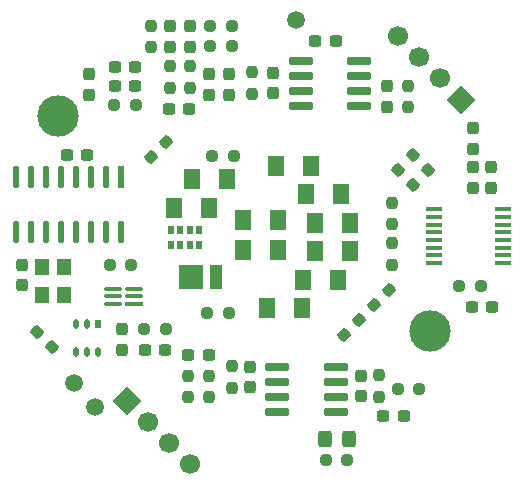
<source format=gbr>
%TF.GenerationSoftware,KiCad,Pcbnew,(6.0.4-0)*%
%TF.CreationDate,2022-11-29T10:20:57+01:00*%
%TF.ProjectId,RoundScanner,526f756e-6453-4636-916e-6e65722e6b69,2*%
%TF.SameCoordinates,Original*%
%TF.FileFunction,Soldermask,Top*%
%TF.FilePolarity,Negative*%
%FSLAX46Y46*%
G04 Gerber Fmt 4.6, Leading zero omitted, Abs format (unit mm)*
G04 Created by KiCad (PCBNEW (6.0.4-0)) date 2022-11-29 10:20:57*
%MOMM*%
%LPD*%
G01*
G04 APERTURE LIST*
G04 Aperture macros list*
%AMRoundRect*
0 Rectangle with rounded corners*
0 $1 Rounding radius*
0 $2 $3 $4 $5 $6 $7 $8 $9 X,Y pos of 4 corners*
0 Add a 4 corners polygon primitive as box body*
4,1,4,$2,$3,$4,$5,$6,$7,$8,$9,$2,$3,0*
0 Add four circle primitives for the rounded corners*
1,1,$1+$1,$2,$3*
1,1,$1+$1,$4,$5*
1,1,$1+$1,$6,$7*
1,1,$1+$1,$8,$9*
0 Add four rect primitives between the rounded corners*
20,1,$1+$1,$2,$3,$4,$5,0*
20,1,$1+$1,$4,$5,$6,$7,0*
20,1,$1+$1,$6,$7,$8,$9,0*
20,1,$1+$1,$8,$9,$2,$3,0*%
%AMHorizOval*
0 Thick line with rounded ends*
0 $1 width*
0 $2 $3 position (X,Y) of the first rounded end (center of the circle)*
0 $4 $5 position (X,Y) of the second rounded end (center of the circle)*
0 Add line between two ends*
20,1,$1,$2,$3,$4,$5,0*
0 Add two circle primitives to create the rounded ends*
1,1,$1,$2,$3*
1,1,$1,$4,$5*%
%AMRotRect*
0 Rectangle, with rotation*
0 The origin of the aperture is its center*
0 $1 length*
0 $2 width*
0 $3 Rotation angle, in degrees counterclockwise*
0 Add horizontal line*
21,1,$1,$2,0,0,$3*%
G04 Aperture macros list end*
%ADD10RoundRect,0.250001X0.462499X0.624999X-0.462499X0.624999X-0.462499X-0.624999X0.462499X-0.624999X0*%
%ADD11RoundRect,0.237500X-0.237500X0.300000X-0.237500X-0.300000X0.237500X-0.300000X0.237500X0.300000X0*%
%ADD12RoundRect,0.237500X0.237500X-0.300000X0.237500X0.300000X-0.237500X0.300000X-0.237500X-0.300000X0*%
%ADD13RoundRect,0.237500X0.344715X-0.008839X-0.008839X0.344715X-0.344715X0.008839X0.008839X-0.344715X0*%
%ADD14RoundRect,0.237500X-0.237500X0.250000X-0.237500X-0.250000X0.237500X-0.250000X0.237500X0.250000X0*%
%ADD15R,1.510292X0.412132*%
%ADD16RoundRect,0.206066X0.549080X0.000000X-0.549080X0.000000X-0.549080X0.000000X0.549080X0.000000X0*%
%ADD17RoundRect,0.237500X0.250000X0.237500X-0.250000X0.237500X-0.250000X-0.237500X0.250000X-0.237500X0*%
%ADD18RoundRect,0.237500X-0.250000X-0.237500X0.250000X-0.237500X0.250000X0.237500X-0.250000X0.237500X0*%
%ADD19C,1.500000*%
%ADD20C,3.500000*%
%ADD21R,1.200000X1.400000*%
%ADD22RoundRect,0.237500X-0.300000X-0.237500X0.300000X-0.237500X0.300000X0.237500X-0.300000X0.237500X0*%
%ADD23R,0.543390X1.874066*%
%ADD24RoundRect,0.271695X0.000000X0.665338X0.000000X-0.665338X0.000000X-0.665338X0.000000X0.665338X0*%
%ADD25RoundRect,0.237500X0.237500X-0.250000X0.237500X0.250000X-0.237500X0.250000X-0.237500X-0.250000X0*%
%ADD26RoundRect,0.042000X-0.943000X-0.258000X0.943000X-0.258000X0.943000X0.258000X-0.943000X0.258000X0*%
%ADD27RoundRect,0.237500X0.300000X0.237500X-0.300000X0.237500X-0.300000X-0.237500X0.300000X-0.237500X0*%
%ADD28RoundRect,0.237500X0.008839X0.344715X-0.344715X-0.008839X-0.008839X-0.344715X0.344715X0.008839X0*%
%ADD29R,0.550000X0.800000*%
%ADD30O,0.550000X0.800000*%
%ADD31RoundRect,0.042000X0.943000X0.258000X-0.943000X0.258000X-0.943000X-0.258000X0.943000X-0.258000X0*%
%ADD32RoundRect,0.250001X-0.462499X-0.624999X0.462499X-0.624999X0.462499X0.624999X-0.462499X0.624999X0*%
%ADD33R,2.100000X2.100000*%
%ADD34R,1.000000X2.100000*%
%ADD35R,1.475000X0.450000*%
%ADD36R,0.590000X0.690000*%
%ADD37RoundRect,0.250000X0.325000X0.450000X-0.325000X0.450000X-0.325000X-0.450000X0.325000X-0.450000X0*%
%ADD38RotRect,1.700000X1.700000X45.000000*%
%ADD39HorizOval,1.700000X0.000000X0.000000X0.000000X0.000000X0*%
%ADD40RotRect,1.700000X1.700000X225.000000*%
%ADD41HorizOval,1.700000X0.000000X0.000000X0.000000X0.000000X0*%
G04 APERTURE END LIST*
D10*
%TO.C,D8*%
X93562500Y-101727000D03*
X90587500Y-101727000D03*
%TD*%
D11*
%TO.C,C7*%
X86614000Y-94006500D03*
X86614000Y-95731500D03*
%TD*%
D12*
%TO.C,C13*%
X69088000Y-111860500D03*
X69088000Y-110135500D03*
%TD*%
D13*
%TO.C,R29*%
X103515235Y-102118235D03*
X102224765Y-100827765D03*
%TD*%
D14*
%TO.C,R1*%
X101784000Y-94972500D03*
X101784000Y-96797500D03*
%TD*%
D11*
%TO.C,C3*%
X90354000Y-93879500D03*
X90354000Y-95604500D03*
%TD*%
D12*
%TO.C,C5*%
X81661000Y-91667500D03*
X81661000Y-89942500D03*
%TD*%
D15*
%TO.C,Q1*%
X78624919Y-113426000D03*
D16*
X78624919Y-112776000D03*
X78624919Y-112126000D03*
X76823081Y-112126000D03*
X76823081Y-112776000D03*
X76823081Y-113426000D03*
%TD*%
D17*
%TO.C,R16*%
X96661500Y-126619000D03*
X94836500Y-126619000D03*
%TD*%
%TO.C,R4*%
X86891500Y-89916000D03*
X85066500Y-89916000D03*
%TD*%
D18*
%TO.C,R13*%
X84812500Y-114173000D03*
X86637500Y-114173000D03*
%TD*%
D11*
%TO.C,C20*%
X77597000Y-115596500D03*
X77597000Y-117321500D03*
%TD*%
D19*
%TO.C,TP1*%
X75311000Y-122174000D03*
%TD*%
D17*
%TO.C,R7*%
X81303500Y-115570000D03*
X79478500Y-115570000D03*
%TD*%
D14*
%TO.C,R6*%
X83312000Y-93321500D03*
X83312000Y-95146500D03*
%TD*%
D20*
%TO.C,H2*%
X72136000Y-97556000D03*
%TD*%
D11*
%TO.C,C2*%
X100006000Y-95022500D03*
X100006000Y-96747500D03*
%TD*%
%TO.C,C14*%
X108839000Y-101880500D03*
X108839000Y-103605500D03*
%TD*%
D21*
%TO.C,X1*%
X72705000Y-112706000D03*
X72705000Y-110306000D03*
X70805000Y-110306000D03*
X70805000Y-112706000D03*
%TD*%
D10*
%TO.C,D12*%
X90766000Y-108839000D03*
X87791000Y-108839000D03*
%TD*%
%TO.C,D10*%
X96864500Y-106553000D03*
X93889500Y-106553000D03*
%TD*%
%TO.C,D5*%
X95848500Y-111379000D03*
X92873500Y-111379000D03*
%TD*%
D22*
%TO.C,C16*%
X99710163Y-122936000D03*
X101435163Y-122936000D03*
%TD*%
D10*
%TO.C,D9*%
X96102500Y-104140000D03*
X93127500Y-104140000D03*
%TD*%
D11*
%TO.C,C17*%
X107315000Y-98578500D03*
X107315000Y-100303500D03*
%TD*%
D23*
%TO.C,U2*%
X77470000Y-102694433D03*
D24*
X76200000Y-102694433D03*
X74930000Y-102694433D03*
X73660000Y-102694433D03*
X72390000Y-102694433D03*
X71120000Y-102694433D03*
X69850000Y-102694433D03*
X68580000Y-102694433D03*
X68580000Y-107326567D03*
X69850000Y-107326567D03*
X71120000Y-107326567D03*
X72390000Y-107326567D03*
X73660000Y-107326567D03*
X74930000Y-107326567D03*
X76200000Y-107326567D03*
X77470000Y-107326567D03*
%TD*%
D25*
%TO.C,R2*%
X88576000Y-95654500D03*
X88576000Y-93829500D03*
%TD*%
D26*
%TO.C,U4*%
X90736663Y-118745000D03*
X90736663Y-120015000D03*
X90736663Y-121285000D03*
X90736663Y-122555000D03*
X95676663Y-122555000D03*
X95676663Y-121285000D03*
X95676663Y-120015000D03*
X95676663Y-118745000D03*
%TD*%
D10*
%TO.C,D4*%
X92800500Y-113792000D03*
X89825500Y-113792000D03*
%TD*%
D25*
%TO.C,R12*%
X84963000Y-121332000D03*
X84963000Y-119507000D03*
%TD*%
D27*
%TO.C,C11*%
X84927474Y-117725423D03*
X83202474Y-117725423D03*
%TD*%
D11*
%TO.C,C6*%
X84963000Y-94006500D03*
X84963000Y-95731500D03*
%TD*%
D17*
%TO.C,R28*%
X87023500Y-100889000D03*
X85198500Y-100889000D03*
%TD*%
D18*
%TO.C,R14*%
X100930163Y-120650000D03*
X102755163Y-120650000D03*
%TD*%
%TO.C,R8*%
X76557500Y-110109000D03*
X78382500Y-110109000D03*
%TD*%
D28*
%TO.C,R26*%
X100213235Y-112257765D03*
X98922765Y-113548235D03*
%TD*%
D11*
%TO.C,C10*%
X74803000Y-94006500D03*
X74803000Y-95731500D03*
%TD*%
D20*
%TO.C,H1*%
X103632000Y-115717000D03*
%TD*%
D19*
%TO.C,TP4*%
X92329000Y-89408000D03*
%TD*%
D13*
%TO.C,R18*%
X71638235Y-117104235D03*
X70347765Y-115813765D03*
%TD*%
D11*
%TO.C,C15*%
X107315000Y-101880500D03*
X107315000Y-103605500D03*
%TD*%
D25*
%TO.C,R31*%
X100457000Y-106703500D03*
X100457000Y-104878500D03*
%TD*%
D29*
%TO.C,U7*%
X75562501Y-115141500D03*
D30*
X74612500Y-115141500D03*
X73662499Y-115141500D03*
X73662499Y-117541500D03*
X74612500Y-117541500D03*
X75562501Y-117541500D03*
%TD*%
D31*
%TO.C,U1*%
X97650000Y-96647000D03*
X97650000Y-95377000D03*
X97650000Y-94107000D03*
X97650000Y-92837000D03*
X92710000Y-92837000D03*
X92710000Y-94107000D03*
X92710000Y-95377000D03*
X92710000Y-96647000D03*
%TD*%
D14*
%TO.C,R11*%
X83166948Y-119507000D03*
X83166948Y-121332000D03*
%TD*%
D32*
%TO.C,D1*%
X87793500Y-106299000D03*
X90768500Y-106299000D03*
%TD*%
D22*
%TO.C,C8*%
X81560500Y-96901000D03*
X83285500Y-96901000D03*
%TD*%
%TO.C,C9*%
X72924500Y-100838000D03*
X74649500Y-100838000D03*
%TD*%
D33*
%TO.C,D3*%
X83391000Y-111125000D03*
D34*
X85561000Y-111125000D03*
%TD*%
D22*
%TO.C,C22*%
X76988500Y-94996000D03*
X78713500Y-94996000D03*
%TD*%
D28*
%TO.C,R27*%
X81290235Y-99684765D03*
X79999765Y-100975235D03*
%TD*%
D10*
%TO.C,D11*%
X96864500Y-108966000D03*
X93889500Y-108966000D03*
%TD*%
D27*
%TO.C,C23*%
X78713500Y-93397300D03*
X76988500Y-93397300D03*
%TD*%
D14*
%TO.C,R10*%
X99302663Y-119483500D03*
X99302663Y-121308500D03*
%TD*%
D27*
%TO.C,C1*%
X95661500Y-91186000D03*
X93936500Y-91186000D03*
%TD*%
D35*
%TO.C,U5*%
X109872000Y-109971000D03*
X109872000Y-109321000D03*
X109872000Y-108671000D03*
X109872000Y-108021000D03*
X109872000Y-107371000D03*
X109872000Y-106721000D03*
X109872000Y-106071000D03*
X109872000Y-105421000D03*
X103996000Y-105421000D03*
X103996000Y-106071000D03*
X103996000Y-106721000D03*
X103996000Y-107371000D03*
X103996000Y-108021000D03*
X103996000Y-108671000D03*
X103996000Y-109321000D03*
X103996000Y-109971000D03*
%TD*%
D22*
%TO.C,C18*%
X107214500Y-113665000D03*
X108939500Y-113665000D03*
%TD*%
D14*
%TO.C,R17*%
X81661000Y-93321500D03*
X81661000Y-95146500D03*
%TD*%
D11*
%TO.C,C4*%
X83312000Y-89942500D03*
X83312000Y-91667500D03*
%TD*%
D10*
%TO.C,D7*%
X86450500Y-102870000D03*
X83475500Y-102870000D03*
%TD*%
D13*
%TO.C,R30*%
X102245235Y-103388235D03*
X100954765Y-102097765D03*
%TD*%
D19*
%TO.C,TP3*%
X73533000Y-120142000D03*
%TD*%
D36*
%TO.C,U6*%
X81731000Y-108463000D03*
X82531000Y-108463000D03*
X83331000Y-108463000D03*
X84131000Y-108463000D03*
X84131000Y-107183000D03*
X83331000Y-107183000D03*
X82531000Y-107183000D03*
X81731000Y-107183000D03*
%TD*%
D37*
%TO.C,D2*%
X96783000Y-124841000D03*
X94733000Y-124841000D03*
%TD*%
D12*
%TO.C,C21*%
X97778663Y-121258500D03*
X97778663Y-119533500D03*
%TD*%
D17*
%TO.C,R3*%
X86891500Y-91567000D03*
X85066500Y-91567000D03*
%TD*%
D14*
%TO.C,R5*%
X80010000Y-89892500D03*
X80010000Y-91717500D03*
%TD*%
D17*
%TO.C,R24*%
X107973500Y-111887000D03*
X106148500Y-111887000D03*
%TD*%
D12*
%TO.C,C12*%
X88392000Y-120496500D03*
X88392000Y-118771500D03*
%TD*%
D28*
%TO.C,R25*%
X97673235Y-114797765D03*
X96382765Y-116088235D03*
%TD*%
D22*
%TO.C,C19*%
X79528500Y-117348000D03*
X81253500Y-117348000D03*
%TD*%
D18*
%TO.C,R15*%
X76938500Y-96597700D03*
X78763500Y-96597700D03*
%TD*%
D32*
%TO.C,D6*%
X81951500Y-105283000D03*
X84926500Y-105283000D03*
%TD*%
D25*
%TO.C,R9*%
X86868000Y-120546500D03*
X86868000Y-118721500D03*
%TD*%
D14*
%TO.C,R32*%
X100457000Y-108307500D03*
X100457000Y-110132500D03*
%TD*%
D38*
%TO.C,J4*%
X106299000Y-96139000D03*
D39*
X104502949Y-94342949D03*
X102706898Y-92546898D03*
X100910846Y-90750846D03*
%TD*%
D40*
%TO.C,J1*%
X77975672Y-121628317D03*
D41*
X79771723Y-123424368D03*
X81567774Y-125220419D03*
X83363826Y-127016471D03*
%TD*%
M02*

</source>
